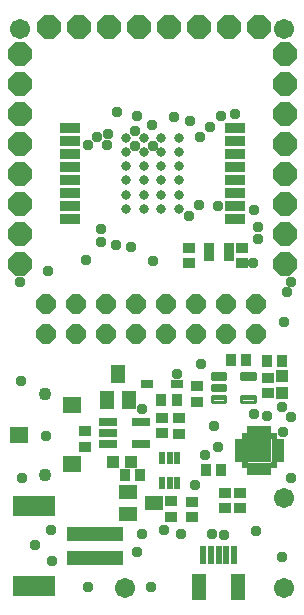
<source format=gbr>
G04 EAGLE Gerber RS-274X export*
G75*
%MOMM*%
%FSLAX34Y34*%
%LPD*%
%INSoldermask Top*%
%IPPOS*%
%AMOC8*
5,1,8,0,0,1.08239X$1,22.5*%
G01*
%ADD10C,1.703200*%
%ADD11R,1.703200X0.903200*%
%ADD12C,0.803200*%
%ADD13C,0.293481*%
%ADD14R,0.903200X1.603200*%
%ADD15R,1.103200X0.903200*%
%ADD16R,0.603200X1.553200*%
%ADD17R,1.303200X2.303200*%
%ADD18R,4.803200X1.203200*%
%ADD19R,3.603200X1.803200*%
%ADD20P,1.759533X8X202.500000*%
%ADD21R,1.524000X0.762000*%
%ADD22R,1.003200X0.803200*%
%ADD23R,1.603200X1.203200*%
%ADD24R,1.203200X1.603200*%
%ADD25R,0.558800X0.990600*%
%ADD26R,1.003200X1.003200*%
%ADD27R,0.903200X1.103200*%
%ADD28C,1.103200*%
%ADD29R,1.603200X1.403200*%
%ADD30P,2.144431X8X22.500000*%
%ADD31P,2.144431X8X112.500000*%
%ADD32R,0.503200X0.503200*%
%ADD33R,1.103200X0.503200*%
%ADD34R,0.503200X1.103200*%
%ADD35R,2.003200X2.003200*%
%ADD36C,0.959600*%


D10*
X302006Y196088D03*
X78232Y196596D03*
X301752Y-276860D03*
X167386Y-276606D03*
X301752Y-201168D03*
D11*
X120500Y112140D03*
X120500Y101140D03*
X120500Y90140D03*
X120500Y79140D03*
X120500Y68140D03*
X120500Y57140D03*
X120500Y46140D03*
X120500Y35140D03*
X260500Y35140D03*
X260500Y46140D03*
X260500Y57140D03*
X260500Y68140D03*
X260500Y79140D03*
X260500Y90140D03*
X260500Y101140D03*
X260500Y112140D03*
D12*
X168000Y104140D03*
X183000Y104140D03*
X198000Y104140D03*
X213000Y104140D03*
X168000Y92140D03*
X183000Y92140D03*
X198000Y92140D03*
X213000Y92140D03*
X168000Y80140D03*
X183000Y80140D03*
X198000Y80140D03*
X213000Y80140D03*
X168000Y68140D03*
X183000Y68140D03*
X198000Y68140D03*
X213000Y68140D03*
X168000Y56140D03*
X183000Y56140D03*
X198000Y56140D03*
X213000Y56140D03*
X168000Y44140D03*
X183000Y44140D03*
X198000Y44140D03*
X213000Y44140D03*
D13*
X240677Y-95189D02*
X240677Y-100187D01*
X240677Y-95189D02*
X251875Y-95189D01*
X251875Y-100187D01*
X240677Y-100187D01*
X240677Y-97399D02*
X251875Y-97399D01*
X265777Y-114189D02*
X265777Y-119187D01*
X265777Y-114189D02*
X276975Y-114189D01*
X276975Y-119187D01*
X265777Y-119187D01*
X265777Y-116399D02*
X276975Y-116399D01*
X240677Y-109687D02*
X240677Y-104689D01*
X251875Y-104689D01*
X251875Y-109687D01*
X240677Y-109687D01*
X240677Y-106899D02*
X251875Y-106899D01*
X240677Y-114189D02*
X240677Y-119187D01*
X240677Y-114189D02*
X251875Y-114189D01*
X251875Y-119187D01*
X240677Y-119187D01*
X240677Y-116399D02*
X251875Y-116399D01*
X265777Y-100187D02*
X265777Y-95189D01*
X276975Y-95189D01*
X276975Y-100187D01*
X265777Y-100187D01*
X265777Y-97399D02*
X276975Y-97399D01*
D14*
X238134Y7366D03*
X255134Y7366D03*
D15*
X220980Y-1928D03*
X220980Y11072D03*
X265938Y-2182D03*
X265938Y10818D03*
D16*
X233380Y-249164D03*
X239880Y-249164D03*
X246380Y-249164D03*
X252880Y-249164D03*
X259380Y-249164D03*
D17*
X229880Y-275914D03*
X262880Y-275914D03*
D18*
X142156Y-251554D03*
X142156Y-231554D03*
D19*
X90156Y-275554D03*
X90156Y-207554D03*
D20*
X277876Y-36576D03*
X277876Y-61976D03*
X252476Y-36576D03*
X252476Y-61976D03*
X227076Y-36576D03*
X227076Y-61976D03*
X201676Y-36576D03*
X201676Y-61976D03*
X176276Y-36576D03*
X176276Y-61976D03*
X150876Y-36576D03*
X150876Y-61976D03*
X125476Y-36576D03*
X125476Y-61976D03*
X100076Y-36576D03*
X100076Y-61976D03*
D15*
X288544Y-112164D03*
X288544Y-99164D03*
X227838Y-119276D03*
X227838Y-106276D03*
D21*
X152908Y-136144D03*
X152908Y-145542D03*
X152908Y-154940D03*
X180340Y-154940D03*
X180340Y-136144D03*
D22*
X211128Y-104648D03*
X186128Y-104648D03*
D23*
X191594Y-204978D03*
X169594Y-214478D03*
X169594Y-195478D03*
D24*
X161290Y-95426D03*
X170790Y-117426D03*
X151790Y-117426D03*
D25*
X198478Y-188468D03*
X204978Y-188468D03*
X211478Y-188468D03*
X211478Y-167132D03*
X204978Y-167132D03*
X198478Y-167132D03*
D26*
X172092Y-170434D03*
X157092Y-170434D03*
X299974Y-112148D03*
X299974Y-97148D03*
D27*
X179982Y-181610D03*
X166982Y-181610D03*
X300378Y-84836D03*
X287378Y-84836D03*
D15*
X206502Y-216558D03*
X206502Y-203558D03*
X223520Y-203812D03*
X223520Y-216812D03*
X198628Y-132946D03*
X198628Y-145946D03*
X212852Y-146454D03*
X212852Y-133454D03*
D28*
X99568Y-113066D03*
D29*
X122068Y-172066D03*
X77068Y-147066D03*
X122068Y-122066D03*
D28*
X99568Y-181066D03*
D30*
X302260Y175514D03*
X302260Y150114D03*
X302260Y124714D03*
X302260Y99314D03*
X302260Y73914D03*
X302260Y48514D03*
X302260Y23114D03*
X302260Y-2286D03*
X78232Y175133D03*
X78232Y149733D03*
X78232Y124333D03*
X78232Y98933D03*
X78232Y73533D03*
X78232Y48133D03*
X78232Y22733D03*
X78232Y-2667D03*
D31*
X102870Y197866D03*
X128270Y197866D03*
X153670Y197866D03*
X179070Y197866D03*
X204470Y197866D03*
X229870Y197866D03*
X255270Y197866D03*
X280670Y197866D03*
D27*
X256898Y-83820D03*
X269898Y-83820D03*
D15*
X133604Y-144376D03*
X133604Y-157376D03*
D27*
X210970Y-118110D03*
X197970Y-118110D03*
D32*
X268424Y-148028D03*
D33*
X265424Y-153028D03*
X265424Y-158028D03*
X265424Y-163028D03*
X265424Y-168028D03*
D32*
X268424Y-173028D03*
D34*
X273424Y-176028D03*
X278424Y-176028D03*
X283424Y-176028D03*
X288424Y-176028D03*
D32*
X293424Y-173028D03*
D33*
X296424Y-168028D03*
X296424Y-163028D03*
X296424Y-158028D03*
X296424Y-153028D03*
D32*
X293424Y-148028D03*
D34*
X288424Y-145028D03*
X283424Y-145028D03*
X278424Y-145028D03*
X273424Y-145028D03*
D35*
X280924Y-160528D03*
D15*
X252222Y-209446D03*
X252222Y-196446D03*
X264668Y-209446D03*
X264668Y-196446D03*
D27*
X235562Y-176784D03*
X248562Y-176784D03*
D36*
X221742Y38248D03*
X276352Y42926D03*
X79248Y-101600D03*
X80264Y-184150D03*
X90932Y-240792D03*
X136144Y-275844D03*
X177038Y-246126D03*
X278130Y-228854D03*
X231648Y-87630D03*
X172212Y11938D03*
X159512Y13716D03*
X147066Y15748D03*
X147066Y27178D03*
X134366Y508D03*
X190500Y254D03*
X102108Y-8763D03*
X275844Y-2032D03*
X226568Y-189484D03*
X200406Y-227584D03*
X229616Y46990D03*
X78105Y-17526D03*
X208788Y121666D03*
X175514Y109982D03*
X260096Y124206D03*
X189484Y-276352D03*
X100076Y-148336D03*
X307340Y-184150D03*
X300228Y-250698D03*
X181356Y-125730D03*
X105156Y-254508D03*
X245618Y46482D03*
X301498Y-52070D03*
X104648Y-227584D03*
X242570Y-140208D03*
X300990Y-145034D03*
X135636Y97790D03*
X143764Y105156D03*
X151638Y98298D03*
X153162Y107696D03*
X175514Y97282D03*
X190754Y97282D03*
X279908Y28448D03*
X307693Y-17907D03*
X307799Y-132129D03*
X276352Y-129540D03*
X280187Y18313D03*
X304645Y-26543D03*
X300052Y-123620D03*
X287274Y-131508D03*
X240718Y-231140D03*
X235140Y-164084D03*
X251206Y-231902D03*
X245618Y-157734D03*
X181610Y-231140D03*
X214884Y-231394D03*
X211128Y-95758D03*
X239268Y113030D03*
X248412Y122936D03*
X160528Y125928D03*
X230632Y105156D03*
X177292Y122654D03*
X222504Y118364D03*
X189992Y114808D03*
M02*

</source>
